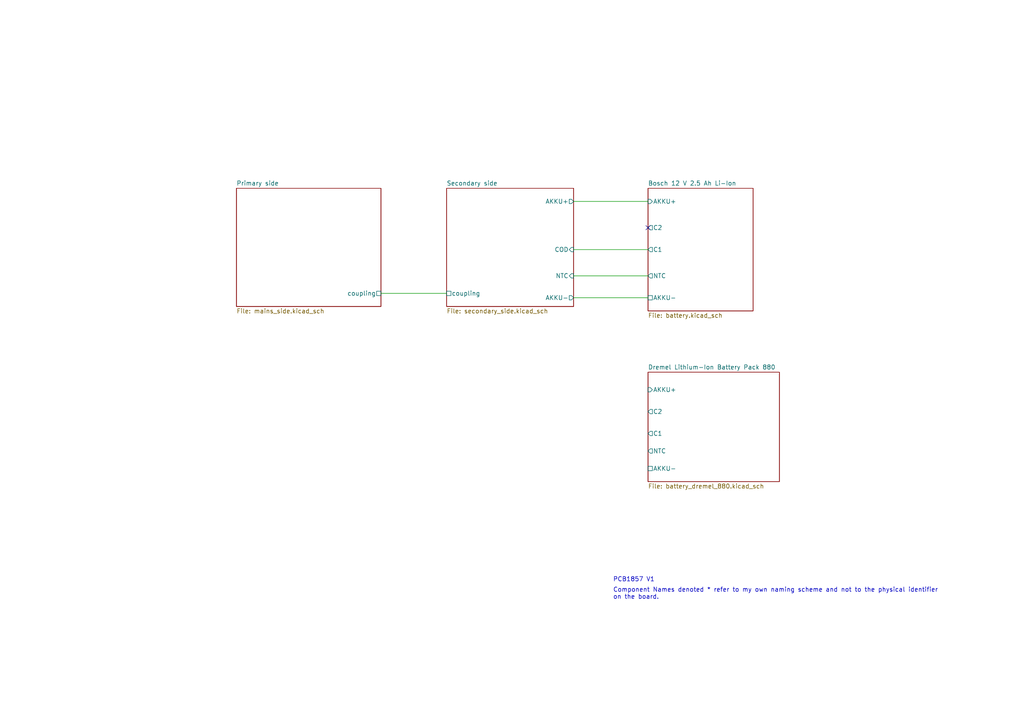
<source format=kicad_sch>
(kicad_sch (version 20230121) (generator eeschema)
  (paper "A4")
  (lib_symbols)
  (no_connect (at 187.96 66.04))
  (wire (pts (xy 110.49 85.09) (xy 129.54 85.09)))
  (wire (pts (xy 166.37 58.42) (xy 187.96 58.42)))
  (wire (pts (xy 166.37 80.01) (xy 187.96 80.01)))
  (wire (pts (xy 166.37 72.39) (xy 187.96 72.39)))
  (wire (pts (xy 166.37 86.36) (xy 187.96 86.36)))
  (text "PCB1857 V1" (at 177.8 168.91 0) (effects (font (size 1.27 1.27)) (justify left bottom)))
  (text "Component Names denoted * refer to my own naming scheme and not to the physical identifier \non the board." (at 177.8 173.99 0) (effects (font (size 1.27 1.27)) (justify left bottom)))
  (sheet (at 187.96 107.95) (size 38.1 31.75) (stroke (width 0.1524))
    (property "Sheetname" "Dremel Lithium-Ion Battery Pack 880" (at 187.96 107.2384 0) (effects (justify left bottom)))
    (property "Sheetfile" "battery_dremel_880.kicad_sch" (at 187.96 140.2846 0) (effects (justify left top)))
    (pin "AKKU-" passive (at 187.96 135.89 180))
    (pin "NTC" output (at 187.96 130.81 180))
    (pin "C2" output (at 187.96 119.38 180))
    (pin "C1" output (at 187.96 125.73 180))
    (pin "AKKU+" input (at 187.96 113.03 180))
  )
  (sheet (at 68.58 54.61) (size 41.91 34.29) (stroke (width 0.1524))
    (property "Sheetname" "Primary side" (at 68.58 53.8984 0) (effects (justify left bottom)))
    (property "Sheetfile" "mains_side.kicad_sch" (at 68.58 89.4846 0) (effects (justify left top)))
    (pin "coupling" passive (at 110.49 85.09 0))
  )
  (sheet (at 187.96 54.61) (size 30.48 35.56) (stroke (width 0.1524))
    (property "Sheetname" "Bosch 12 V 2.5 Ah Li-Ion" (at 187.96 53.8984 0) (effects (justify left bottom)))
    (property "Sheetfile" "battery.kicad_sch" (at 187.96 90.7546 0) (effects (justify left top)))
    (pin "C2" output (at 187.96 66.04 180))
    (pin "AKKU-" passive (at 187.96 86.36 180))
    (pin "NTC" output (at 187.96 80.01 180))
    (pin "C1" output (at 187.96 72.39 180))
    (pin "AKKU+" input (at 187.96 58.42 180))
  )
  (sheet (at 129.54 54.61) (size 36.83 34.29) (stroke (width 0.1524))
    (property "Sheetname" "Secondary side" (at 129.54 53.8984 0) (effects (justify left bottom)))
    (property "Sheetfile" "secondary_side.kicad_sch" (at 129.54 89.4846 0) (effects (justify left top)))
    (pin "COD" input (at 166.37 72.39 0))
    (pin "NTC" input (at 166.37 80.01 0))
    (pin "coupling" passive (at 129.54 85.09 180))
    (pin "AKKU+" output (at 166.37 58.42 0))
    (pin "AKKU-" output (at 166.37 86.36 0))
  )
)
</source>
